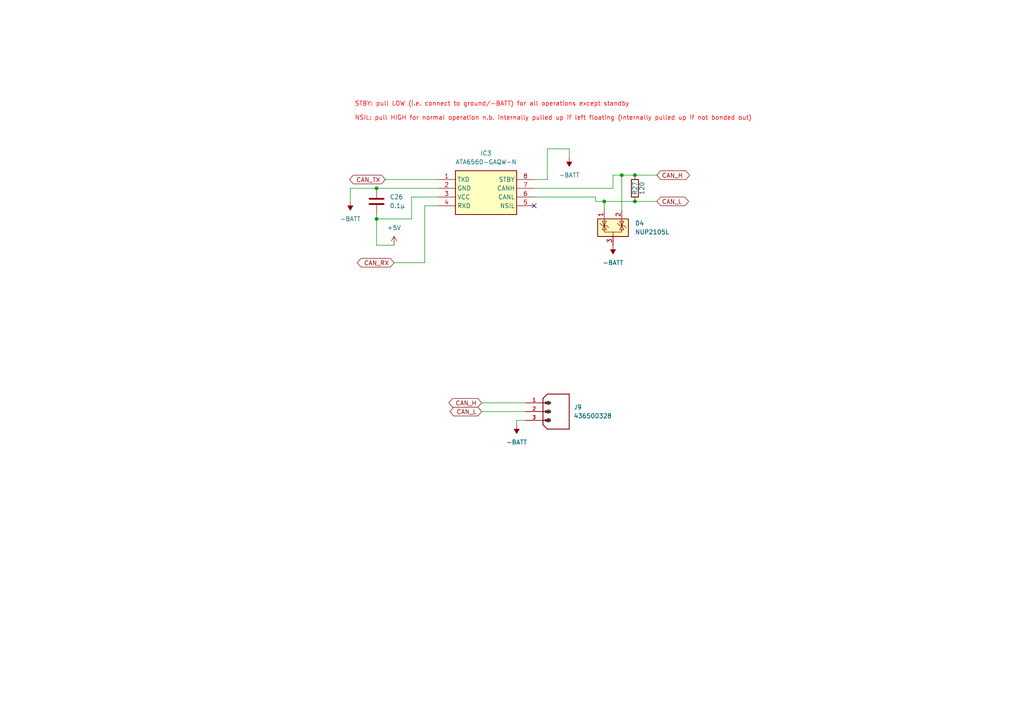
<source format=kicad_sch>
(kicad_sch (version 20250114) (generator "eeschema") (generator_version "9.0")
  (paper "A4")
  (title_block (title "IEM - Battery Management System") (date "2024-12-21") (rev "Rev 1.2") (company "Imperial Eco Marathon") (comment 1 "Designed by Anthony Ng") (comment 2 "Reviewed by "))
  (lib_symbols
    (symbol "0436500328:436500328" (pin_names (offset 1.016))
      (property "Reference" "J" (at 0 6.35 0))
      (property "Value" "436500328" (at 0 -7.62 0))
      (symbol "436500328_0_0"
        (polyline (pts (xy 0 3.81) (xy 0 2.54)) (stroke (width 0.254)))
        (polyline (pts (xy 0 3.81) (xy 1.27 5.08)) (stroke (width 0.254)))
        (polyline (pts (xy 0 2.54) (xy 0 -3.81)) (stroke (width 0.254)))
        (polyline (pts (xy 0 2.54) (xy 1.905 2.54)) (stroke (width 0.254)))
        (polyline (pts (xy 0 0) (xy 1.905 0)) (stroke (width 0.254)))
        (polyline (pts (xy 0 -2.54) (xy 1.905 -2.54)) (stroke (width 0.254)))
        (polyline (pts (xy 0 -3.81) (xy 1.27 -5.08)) (stroke (width 0.254)))
        (rectangle (start 0.635 2.2225) (end 2.2225 2.8575) (stroke (width 0.1)) (fill (type outline)))
        (rectangle (start 0.635 -0.3175) (end 2.2225 0.3175) (stroke (width 0.1)) (fill (type outline)))
        (rectangle (start 0.635 -2.8575) (end 2.2225 -2.2225) (stroke (width 0.1)) (fill (type outline)))
        (polyline (pts (xy 1.27 -5.08) (xy 7.62 -5.08)) (stroke (width 0.254)))
        (polyline (pts (xy 7.62 5.08) (xy 1.27 5.08)) (stroke (width 0.254)))
        (polyline (pts (xy 7.62 -5.08) (xy 7.62 5.08)) (stroke (width 0.254)))
        (pin passive line (at -5.08 2.54 0) (length 5.08) (name "1") (number "1"))
        (pin passive line (at -5.08 0 0) (length 5.08) (name "2") (number "2"))
        (pin passive line (at -5.08 -2.54 0) (length 5.08) (name "3") (number "3"))
      )
    )
    (symbol "ATA6560:ATA6560-GAQW-N"
      (property "Reference" "IC" (at 24.13 7.62 0))
      (property "Value" "ATA6560-GAQW-N" (at 24.13 5.08 0))
      (symbol "ATA6560-GAQW-N_1_1"
        (rectangle (start 5.08 2.54) (end 22.86 -10.16) (stroke (width 0.254)) (fill (type background)))
        (pin passive line (at 0 0 0) (length 5.08) (name "TXD") (number "1"))
        (pin passive line (at 0 -2.54 0) (length 5.08) (name "GND") (number "2"))
        (pin passive line (at 0 -5.08 0) (length 5.08) (name "VCC") (number "3"))
        (pin passive line (at 0 -7.62 0) (length 5.08) (name "RXD") (number "4"))
        (pin passive line (at 27.94 0 180) (length 5.08) (name "STBY") (number "8"))
        (pin passive line (at 27.94 -2.54 180) (length 5.08) (name "CANH") (number "7"))
        (pin passive line (at 27.94 -5.08 180) (length 5.08) (name "CANL") (number "6"))
        (pin passive line (at 27.94 -7.62 180) (length 5.08) (name "NSIL") (number "5"))
      )
    )
    (symbol "Device:C" (pin_numbers (hide yes)) (pin_names (offset 0.254))
      (property "Reference" "C" (at 0.635 2.54 0))
      (property "Value" "C" (at 0.635 -2.54 0))
      (symbol "C_0_1"
        (polyline (pts (xy -2.032 0.762) (xy 2.032 0.762)) (stroke (width 0.508)))
        (polyline (pts (xy -2.032 -0.762) (xy 2.032 -0.762)) (stroke (width 0.508)))
      )
      (symbol "C_1_1"
        (pin passive line (at 0 3.81 270) (length 2.794) (name "~") (number "1"))
        (pin passive line (at 0 -3.81 90) (length 2.794) (name "~") (number "2"))
      )
    )
    (symbol "Device:R" (pin_numbers (hide yes)) (pin_names (offset 0))
      (property "Reference" "R" (at 2.032 0 90))
      (property "Value" "R" (at 0 0 90))
      (symbol "R_0_1"
        (rectangle (start -1.016 -2.54) (end 1.016 2.54) (stroke (width 0.254)))
      )
      (symbol "R_1_1"
        (pin passive line (at 0 3.81 270) (length 1.27) (name "~") (number "1"))
        (pin passive line (at 0 -3.81 90) (length 1.27) (name "~") (number "2"))
      )
    )
    (symbol "Power_Protection:NUP2105L" (pin_names (hide yes))
      (property "Reference" "D" (at 5.715 2.54 0))
      (property "Value" "NUP2105L" (at 5.715 0.635 0))
      (symbol "NUP2105L_0_0"
        (pin passive line (at 0 -5.08 90) (length 2.54) (name "A") (number "3"))
      )
      (symbol "NUP2105L_0_1"
        (rectangle (start -4.445 2.54) (end 4.445 -2.54) (stroke (width 0.254)) (fill (type background)))
        (polyline (pts (xy -3.81 1.27) (xy -3.175 0.635) (xy -1.905 0.635) (xy -1.27 0)))
        (polyline (pts (xy -2.54 2.54) (xy -2.54 0.635)))
        (polyline (pts (xy -2.54 0.635) (xy -2.54 -1.27) (xy 2.54 -1.27) (xy 2.54 0.635)))
        (polyline (pts (xy -2.54 0.635) (xy -1.905 -0.635) (xy -3.175 -0.635) (xy -2.54 0.635)))
        (polyline (pts (xy -2.54 0.635) (xy -3.175 1.905) (xy -1.905 1.905) (xy -2.54 0.635) (xy -2.54 1.27)))
        (polyline (pts (xy 0 -1.27) (xy 0 -2.54)))
        (polyline (pts (xy 1.27 1.27) (xy 1.905 0.635) (xy 2.54 0.635) (xy 3.175 0.635) (xy 3.81 0)))
        (polyline (pts (xy 2.54 2.54) (xy 2.54 0.635)))
        (polyline (pts (xy 2.54 0.635) (xy 1.905 -0.635) (xy 3.175 -0.635) (xy 2.54 0.635)))
        (polyline (pts (xy 2.54 0.635) (xy 3.175 1.905) (xy 1.905 1.905) (xy 2.54 0.635)))
      )
      (symbol "NUP2105L_1_1"
        (pin passive line (at -2.54 5.08 270) (length 2.54) (name "K") (number "1"))
        (pin passive line (at 2.54 5.08 270) (length 2.54) (name "K") (number "2"))
      )
    )
    (symbol "power:+5V" (power) (pin_numbers (hide yes)) (pin_names (offset 0) (hide yes))
      (property "Value" "+5V" (at 0 3.556 0))
      (symbol "+5V_0_1"
        (polyline (pts (xy -0.762 1.27) (xy 0 2.54)))
        (polyline (pts (xy 0 2.54) (xy 0.762 1.27)))
        (polyline (pts (xy 0 0) (xy 0 2.54)))
      )
      (symbol "+5V_1_1"
        (pin power_in line (at 0 0 90) (length 0) (name "~") (number "1"))
      )
    )
    (symbol "power:-BATT" (power) (pin_numbers (hide yes)) (pin_names (offset 0) (hide yes))
      (property "Value" "-BATT" (at 0 3.556 0))
      (symbol "-BATT_0_1"
        (polyline (pts (xy 0 0) (xy 0 2.54)))
        (polyline (pts (xy 0.762 1.27) (xy -0.762 1.27) (xy 0 2.54) (xy 0.762 1.27)) (fill (type outline)))
      )
      (symbol "-BATT_1_1"
        (pin power_in line (at 0 0 90) (length 0) (name "~") (number "1"))
      )
    )
  )
  (text "STBY: pull LOW (i.e. connect to ground/-BATT) for all operations except standby\n\nNSIL: pull HIGH for normal operation n.b. internally pulled up if left floating (Internally pulled up if not bonded out)" (at 102.87 32.258 0) (effects (font (size 1.27 1.27)) (justify left)))
  (junction (at 175.26 58.42))
  (junction (at 184.15 58.42))
  (junction (at 184.15 50.8))
  (junction (at 180.34 50.8))
  (junction (at 109.22 63.5))
  (junction (at 109.22 54.61))
  (no_connect (at 154.94 59.69))
  (wire (pts (xy 172.72 57.15) (xy 154.94 57.15)))
  (wire (pts (xy 123.19 76.2) (xy 114.3 76.2)))
  (wire (pts (xy 172.72 58.42) (xy 172.72 57.15)))
  (wire (pts (xy 158.75 52.07) (xy 154.94 52.07)))
  (wire (pts (xy 149.86 123.19) (xy 149.86 121.92)))
  (wire (pts (xy 119.38 57.15) (xy 127 57.15)))
  (wire (pts (xy 172.72 58.42) (xy 175.26 58.42)))
  (wire (pts (xy 165.1 45.72) (xy 165.1 43.18)))
  (wire (pts (xy 127 59.69) (xy 123.19 59.69)))
  (wire (pts (xy 165.1 43.18) (xy 158.75 43.18)))
  (wire (pts (xy 119.38 63.5) (xy 119.38 57.15)))
  (wire (pts (xy 149.86 121.92) (xy 152.4 121.92)))
  (wire (pts (xy 139.7 116.84) (xy 152.4 116.84)))
  (wire (pts (xy 180.34 50.8) (xy 184.15 50.8)))
  (wire (pts (xy 109.22 63.5) (xy 119.38 63.5)))
  (wire (pts (xy 109.22 54.61) (xy 127 54.61)))
  (wire (pts (xy 111.76 52.07) (xy 127 52.07)))
  (wire (pts (xy 101.6 54.61) (xy 109.22 54.61)))
  (wire (pts (xy 123.19 59.69) (xy 123.19 76.2)))
  (wire (pts (xy 109.22 63.5) (xy 109.22 71.12)))
  (wire (pts (xy 177.8 50.8) (xy 180.34 50.8)))
  (wire (pts (xy 180.34 50.8) (xy 180.34 60.96)))
  (wire (pts (xy 101.6 54.61) (xy 101.6 58.42)))
  (wire (pts (xy 184.15 58.42) (xy 190.5 58.42)))
  (wire (pts (xy 184.15 50.8) (xy 190.5 50.8)))
  (wire (pts (xy 177.8 50.8) (xy 177.8 54.61)))
  (wire (pts (xy 109.22 62.23) (xy 109.22 63.5)))
  (wire (pts (xy 175.26 58.42) (xy 175.26 60.96)))
  (wire (pts (xy 175.26 58.42) (xy 184.15 58.42)))
  (wire (pts (xy 177.8 54.61) (xy 154.94 54.61)))
  (wire (pts (xy 139.7 119.38) (xy 152.4 119.38)))
  (wire (pts (xy 158.75 43.18) (xy 158.75 52.07)))
  (wire (pts (xy 114.3 71.12) (xy 109.22 71.12)))
  (global_label "CAN_H" (shape bidirectional) (at 190.5 50.8 0) (property "Intersheetrefs" "${INTERSHEET_REFS}" (effects (hide yes))))
  (global_label "CAN_RX" (shape bidirectional) (at 114.3 76.2 180) (property "Intersheetrefs" "${INTERSHEET_REFS}" (effects (hide yes))))
  (global_label "CAN_L" (shape bidirectional) (at 190.5 58.42 0) (property "Intersheetrefs" "${INTERSHEET_REFS}" (effects (hide yes))))
  (global_label "CAN_H" (shape bidirectional) (at 139.7 116.84 180) (property "Intersheetrefs" "${INTERSHEET_REFS}" (effects (hide yes))))
  (global_label "CAN_TX" (shape bidirectional) (at 111.76 52.07 180) (property "Intersheetrefs" "${INTERSHEET_REFS}" (effects (hide yes))))
  (global_label "CAN_L" (shape bidirectional) (at 139.7 119.38 180) (property "Intersheetrefs" "${INTERSHEET_REFS}" (effects (hide yes))))
  (symbol (lib_id "Device:C") (at 109.22 58.42 180) (unit 1)
    (property "Reference" "C26" (at 113.03 57.1499 0) (effects (justify right)))
    (property "Value" "0.1µ" (at 113.03 59.6899 0) (effects (justify right)))
    (property "Footprint" "Capacitor_SMD:C_0805_2012Metric_Pad1.18x1.45mm_HandSolder" (effects (hide yes)))
    (property "Description" "Unpolarized capacitor" (effects (hide yes)))
  )
  (symbol (lib_id "Power_Protection:NUP2105L") (at 177.8 66.04 0) (unit 1)
    (property "Reference" "D4" (at 184.15 64.7699 0) (effects (justify left)))
    (property "Value" "NUP2105L" (at 184.15 67.3099 0) (effects (justify left)))
    (property "Footprint" "Package_TO_SOT_SMD:SOT-23" (effects (hide yes)))
    (property "Datasheet" "https://www.onsemi.com/pub_link/Collateral/NUP2105L-D.PDF" (effects (hide yes)))
    (property "Description" "Dual Line CAN Bus Protector, 24Vrwm" (effects (hide yes)))
  )
  (symbol (lib_id "power:-BATT") (at 165.1 45.72 180) (unit 1)
    (property "Reference" "#PWR057" (effects (hide yes)))
    (property "Value" "-BATT" (at 165.1 50.8 0))
    (property "Description" "Power symbol creates a global label with name \"-BATT\"" (effects (hide yes)))
  )
  (symbol (lib_id "power:-BATT") (at 149.86 123.19 180) (unit 1)
    (property "Reference" "#PWR056" (effects (hide yes)))
    (property "Value" "-BATT" (at 149.86 128.27 0))
    (property "Description" "Power symbol creates a global label with name \"-BATT\"" (effects (hide yes)))
  )
  (symbol (lib_id "ATA6560:ATA6560-GAQW-N") (at 127 52.07 0) (unit 1)
    (property "Reference" "IC3" (at 140.97 44.45 0))
    (property "Value" "ATA6560-GAQW-N" (at 140.97 46.99 0))
    (property "Footprint" "ATA6560:SOIC127P600X175-8N" (effects (hide yes)))
    (property "Datasheet" "https://mouser.componentsearchengine.com/Datasheets/1/ATA6560-GAQW-N.pdf" (effects (hide yes)))
    (property "Description" "CAN Interface IC Industrial Grade CAN TRX with NSIL PIN (SO8)" (effects (hide yes)))
    (property "Height" "1.75" (effects (hide yes)))
    (property "Manufacturer_Name" "Microchip" (effects (hide yes)))
    (property "Manufacturer_Part_Number" "ATA6560-GAQW-N" (effects (hide yes)))
    (property "Mouser Part Number" "579-ATA6560-GAQW-N" (effects (hide yes)))
    (property "Mouser Price/Stock" "https://www.mouser.co.uk/ProductDetail/Microchip-Technology-Atmel/ATA6560-GAQW-N?qs=y6ZabgHbY%252By0WOzqKXUktg%3D%3D" (effects (hide yes)))
    (property "Arrow Part Number" "ATA6560-GAQW-N" (effects (hide yes)))
    (property "Arrow Price/Stock" "https://www.arrow.com/en/products/ata6560-gaqw-n/microchip-technology?region=nac" (effects (hide yes)))
  )
  (symbol (lib_id "power:+5V") (at 114.3 71.12 0) (unit 1)
    (property "Reference" "#PWR055" (effects (hide yes)))
    (property "Value" "+5V" (at 114.3 66.04 0))
    (property "Description" "Power symbol creates a global label with name \"+5V\"" (effects (hide yes)))
  )
  (symbol (lib_id "Device:R") (at 184.15 54.61 0) (unit 1)
    (property "Reference" "R27" (at 184.15 54.61 90))
    (property "Value" "120" (at 186.182 54.61 90))
    (property "Footprint" "Resistor_SMD:R_0805_2012Metric_Pad1.20x1.40mm_HandSolder" (effects (hide yes)))
    (property "Description" "Resistor" (effects (hide yes)))
  )
  (symbol (lib_id "power:-BATT") (at 177.8 71.12 180) (unit 1)
    (property "Reference" "#PWR058" (effects (hide yes)))
    (property "Value" "-BATT" (at 177.8 76.2 0))
    (property "Description" "Power symbol creates a global label with name \"-BATT\"" (effects (hide yes)))
  )
  (symbol (lib_id "0436500328:436500328") (at 157.48 119.38 0) (unit 1)
    (property "Reference" "J9" (at 166.37 118.1099 0) (effects (justify left)))
    (property "Value" "436500328" (at 166.37 120.6499 0) (effects (justify left)))
    (property "Footprint" "0436500328:MOLEX_436500328" (effects (hide yes)))
    (property "MF" "Molex" (effects (hide yes)))
    (property "MAXIMUM_PACKAGE_HEIGHT" "9.9 mm" (effects (hide yes)))
    (property "Package" "None" (effects (hide yes)))
    (property "Price" "None" (effects (hide yes)))
    (property "Check_prices" "https://www.snapeda.com/parts/43650-0328/Molex/view-part/?ref=eda" (effects (hide yes)))
    (property "STANDARD" "Manufacturer Recommendations" (effects (hide yes)))
    (property "PARTREV" "F3" (effects (hide yes)))
    (property "SnapEDA_Link" "https://www.snapeda.com/parts/43650-0328/Molex/view-part/?ref=snap" (effects (hide yes)))
    (property "MP" "43650-0328" (effects (hide yes)))
    (property "Description_1" "\n                        \n                            MicroFit 3.0 SR Vert TH Peg 15Au 3Ckt | Molex Incorporated 43650-0328\n                        \n" (effects (hide yes)))
    (property "Availability" "In Stock" (effects (hide yes)))
    (property "MANUFACTURER" "Molex" (effects (hide yes)))
  )
  (symbol (lib_id "power:-BATT") (at 101.6 58.42 180) (unit 1)
    (property "Reference" "#PWR054" (effects (hide yes)))
    (property "Value" "-BATT" (at 101.6 63.5 0))
    (property "Description" "Power symbol creates a global label with name \"-BATT\"" (effects (hide yes)))
  )
)
</source>
